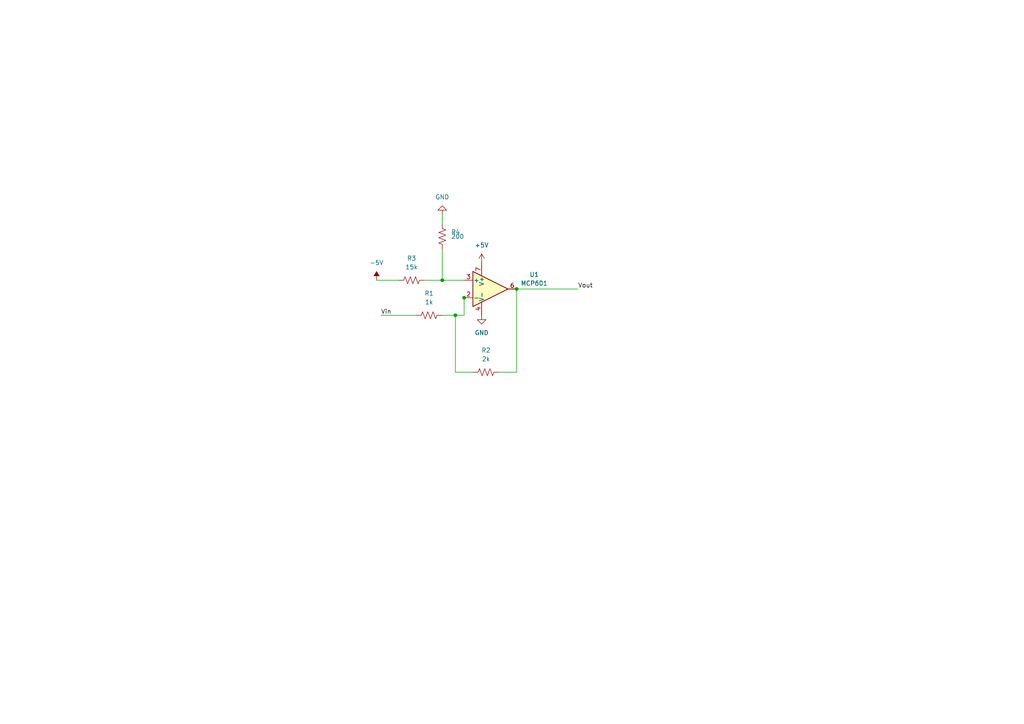
<source format=kicad_sch>
(kicad_sch (version 20230121) (generator eeschema)
  (paper "A4")
  (title_block (title "Inverted Offset Amplifier for Lab 2") (date "2024-02-06") (rev "1") (company "E80 Team 36"))
  (lib_symbols
    (symbol "Amplifier_Operational:MCP601-xP" (pin_names (offset 0.127))
      (property "Reference" "U" (at 0 6.35 0))
      (property "Value" "MCP601-xP" (at 0 3.81 0))
      (symbol "MCP601-xP_0_1"
        (polyline (pts (xy -5.08 5.08) (xy 5.08 0) (xy -5.08 -5.08) (xy -5.08 5.08)) (stroke (width 0.254)) (fill (type background)))
      )
      (symbol "MCP601-xP_1_1"
        (pin no_connect line (at -5.08 -2.54 90) (length 2.54) hide (name "NC") (number "1"))
        (pin input line (at -7.62 -2.54 0) (length 2.54) (name "-") (number "2"))
        (pin input line (at -7.62 2.54 0) (length 2.54) (name "+") (number "3"))
        (pin power_in line (at -2.54 -7.62 90) (length 3.81) (name "V-") (number "4"))
        (pin no_connect line (at -2.54 -2.54 90) (length 2.54) hide (name "NC") (number "5"))
        (pin output line (at 7.62 0 180) (length 2.54) (name "~") (number "6"))
        (pin power_in line (at -2.54 7.62 270) (length 3.81) (name "V+") (number "7"))
        (pin no_connect line (at 0 -2.54 90) (length 2.54) hide (name "NC") (number "8"))
      )
    )
    (symbol "Device:R_US" (pin_numbers hide) (pin_names (offset 0))
      (property "Reference" "R" (at 2.54 0 90))
      (property "Value" "R_US" (at -2.54 0 90))
      (symbol "R_US_0_1"
        (polyline (pts (xy 0 -2.286) (xy 0 -2.54)))
        (polyline (pts (xy 0 2.286) (xy 0 2.54)))
        (polyline (pts (xy 0 -0.762) (xy 1.016 -1.143) (xy 0 -1.524) (xy -1.016 -1.905) (xy 0 -2.286)))
        (polyline (pts (xy 0 0.762) (xy 1.016 0.381) (xy 0 0) (xy -1.016 -0.381) (xy 0 -0.762)))
        (polyline (pts (xy 0 2.286) (xy 1.016 1.905) (xy 0 1.524) (xy -1.016 1.143) (xy 0 0.762)))
      )
      (symbol "R_US_1_1"
        (pin passive line (at 0 3.81 270) (length 1.27) (name "~") (number "1"))
        (pin passive line (at 0 -3.81 90) (length 1.27) (name "~") (number "2"))
      )
    )
    (symbol "power:+5V" (power) (pin_names (offset 0))
      (property "Value" "+5V" (at 0 3.556 0))
      (symbol "+5V_0_1"
        (polyline (pts (xy -0.762 1.27) (xy 0 2.54)))
        (polyline (pts (xy 0 0) (xy 0 2.54)))
        (polyline (pts (xy 0 2.54) (xy 0.762 1.27)))
      )
      (symbol "+5V_1_1"
        (pin power_in line (at 0 0 90) (length 0) hide (name "+5V") (number "1"))
      )
    )
    (symbol "power:-5V" (power) (pin_names (offset 0))
      (property "Value" "-5V" (at 0 3.81 0))
      (symbol "-5V_0_0"
        (pin power_in line (at 0 0 90) (length 0) hide (name "-5V") (number "1"))
      )
      (symbol "-5V_0_1"
        (polyline (pts (xy 0 0) (xy 0 1.27) (xy 0.762 1.27) (xy 0 2.54) (xy -0.762 1.27) (xy 0 1.27)) (fill (type outline)))
      )
    )
    (symbol "power:GND" (power) (pin_names (offset 0))
      (property "Value" "GND" (at 0 -3.81 0))
      (symbol "GND_0_1"
        (polyline (pts (xy 0 0) (xy 0 -1.27) (xy 1.27 -1.27) (xy 0 -2.54) (xy -1.27 -1.27) (xy 0 -1.27)))
      )
      (symbol "GND_1_1"
        (pin power_in line (at 0 0 270) (length 0) hide (name "GND") (number "1"))
      )
    )
  )
  (junction (at 132.08 91.44))
  (junction (at 149.86 83.82))
  (junction (at 134.62 86.36))
  (junction (at 128.27 81.28))
  (wire (pts (xy 149.86 107.95) (xy 149.86 83.82)))
  (wire (pts (xy 149.86 83.82) (xy 167.64 83.82)))
  (wire (pts (xy 128.27 91.44) (xy 132.08 91.44)))
  (wire (pts (xy 123.19 81.28) (xy 128.27 81.28)))
  (wire (pts (xy 134.62 91.44) (xy 134.62 86.36)))
  (wire (pts (xy 137.16 107.95) (xy 132.08 107.95)))
  (wire (pts (xy 144.78 107.95) (xy 149.86 107.95)))
  (wire (pts (xy 132.08 91.44) (xy 134.62 91.44)))
  (wire (pts (xy 132.08 107.95) (xy 132.08 91.44)))
  (wire (pts (xy 128.27 62.23) (xy 128.27 64.77)))
  (wire (pts (xy 135.89 86.36) (xy 134.62 86.36)))
  (wire (pts (xy 128.27 81.28) (xy 134.62 81.28)))
  (wire (pts (xy 109.22 81.28) (xy 115.57 81.28)))
  (wire (pts (xy 128.27 72.39) (xy 128.27 81.28)))
  (wire (pts (xy 110.49 91.44) (xy 120.65 91.44)))
  (label "Vin" (at 110.49 91.44 0))
  (label "Vout" (at 167.64 83.82 0))
  (symbol (lib_id "Amplifier_Operational:MCP601-xP") (at 142.24 83.82 0) (unit 1)
    (property "Reference" "U1" (at 154.94 79.6291 0))
    (property "Value" "MCP601" (at 154.94 82.1691 0))
    (property "Footprint" "Package_DIP:DIP-8_W7.62mm" (effects hide))
    (property "Datasheet" "http://ww1.microchip.com/downloads/en/DeviceDoc/21314g.pdf" (effects hide))
  )
  (symbol (lib_id "power:+5V") (at 139.7 76.2 0) (unit 1)
    (property "Reference" "#PWR03" (effects hide))
    (property "Value" "+5V" (at 139.7 71.12 0))
  )
  (symbol (lib_id "power:GND") (at 139.7 91.44 0) (unit 1)
    (property "Reference" "#PWR04" (effects hide))
    (property "Value" "GND" (at 139.7 96.52 0))
  )
  (symbol (lib_id "power:-5V") (at 109.22 81.28 0) (unit 1)
    (property "Reference" "#PWR01" (effects hide))
    (property "Value" "-5V" (at 109.22 76.2 0))
  )
  (symbol (lib_id "power:GND") (at 128.27 62.23 180) (unit 1)
    (property "Reference" "#PWR02" (effects hide))
    (property "Value" "GND" (at 128.27 57.15 0))
  )
  (symbol (lib_id "Device:R_US") (at 119.38 81.28 90) (unit 1)
    (property "Reference" "R3" (at 119.38 74.93 90))
    (property "Value" "15k" (at 119.38 77.47 90))
  )
  (symbol (lib_id "Device:R_US") (at 124.46 91.44 90) (unit 1)
    (property "Reference" "R1" (at 124.46 85.09 90))
    (property "Value" "1k" (at 124.46 87.63 90))
  )
  (symbol (lib_id "Device:R_US") (at 140.97 107.95 90) (unit 1)
    (property "Reference" "R2" (at 140.97 101.6 90))
    (property "Value" "2k" (at 140.97 104.14 90))
  )
  (symbol (lib_id "Device:R_US") (at 128.27 68.58 0) (unit 1)
    (property "Reference" "R4" (at 130.81 67.31 0) (effects (justify left)))
    (property "Value" "200" (at 130.81 68.58 0) (effects (justify left)))
  )
)
</source>
